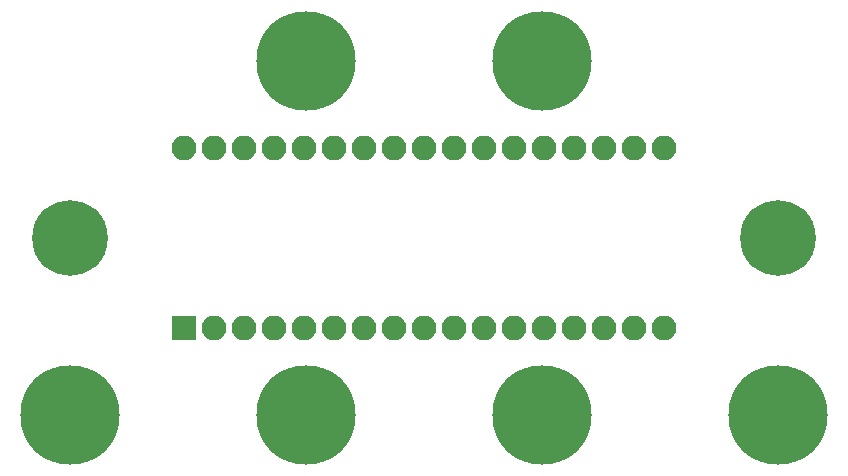
<source format=gbr>
G04 #@! TF.FileFunction,Soldermask,Bot*
%FSLAX46Y46*%
G04 Gerber Fmt 4.6, Leading zero omitted, Abs format (unit mm)*
G04 Created by KiCad (PCBNEW 4.0.7-e2-6376~58~ubuntu16.04.1) date Fri Oct  5 04:37:02 2018*
%MOMM*%
%LPD*%
G01*
G04 APERTURE LIST*
%ADD10C,0.100000*%
%ADD11O,2.100000X2.100000*%
%ADD12R,2.100000X2.100000*%
%ADD13C,8.400000*%
%ADD14C,6.400000*%
G04 APERTURE END LIST*
D10*
D11*
X80680000Y-70380000D03*
X121320000Y-70380000D03*
X118780000Y-70380000D03*
X116240000Y-70380000D03*
X113700000Y-70380000D03*
X111160000Y-70380000D03*
X108620000Y-70380000D03*
X106080000Y-70380000D03*
X103540000Y-70380000D03*
X101000000Y-70380000D03*
X98460000Y-70380000D03*
X95920000Y-70380000D03*
X93380000Y-70380000D03*
X90840000Y-70380000D03*
X88300000Y-70380000D03*
X85760000Y-70380000D03*
X83220000Y-70380000D03*
D12*
X80680000Y-85620000D03*
D11*
X83220000Y-85620000D03*
X85760000Y-85620000D03*
X88300000Y-85620000D03*
X90840000Y-85620000D03*
X93380000Y-85620000D03*
X95920000Y-85620000D03*
X98460000Y-85620000D03*
X101000000Y-85620000D03*
X103540000Y-85620000D03*
X106080000Y-85620000D03*
X108620000Y-85620000D03*
X111160000Y-85620000D03*
X113700000Y-85620000D03*
X116240000Y-85620000D03*
X118780000Y-85620000D03*
X121320000Y-85620000D03*
D13*
X71000000Y-93000000D03*
X91000000Y-93000000D03*
X111000000Y-93000000D03*
X131000000Y-93000000D03*
X91000000Y-63000000D03*
X111000000Y-63000000D03*
D14*
X71000000Y-78000000D03*
X131000000Y-78000000D03*
M02*

</source>
